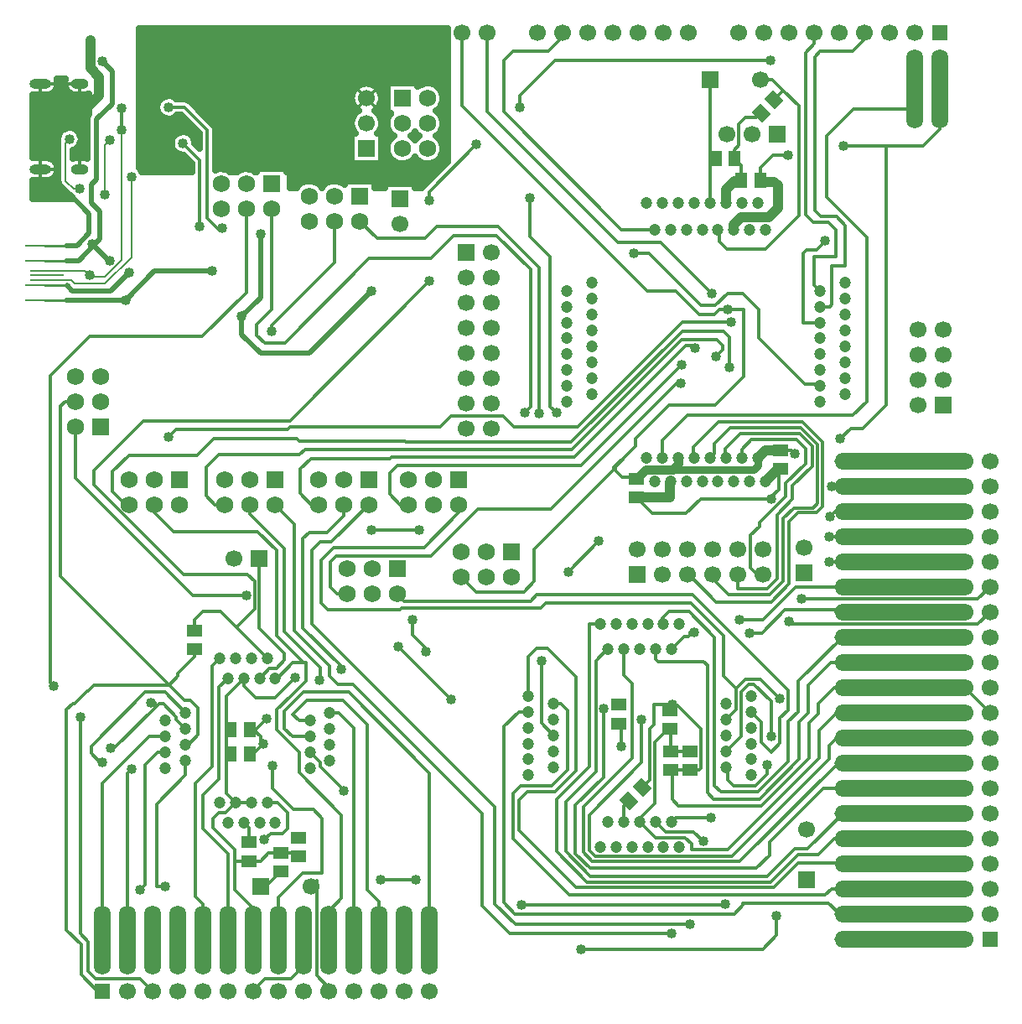
<source format=gbr>
G04 DipTrace 4.2.0.0*
G04 Bottom.gbr*
%MOMM*%
G04 #@! TF.FileFunction,Copper,L2,Bot*
G04 #@! TF.Part,Single*
%AMOUTLINE6*
4,1,4,
0.07073,-0.98995,
-0.98995,0.07069,
-0.07073,0.98995,
0.98995,-0.07069,
0.07073,-0.98995,
0*%
G04 #@! TA.AperFunction,Conductor*
%ADD10C,0.25*%
G04 #@! TA.AperFunction,CopperBalancing*
%ADD15C,0.33*%
G04 #@! TA.AperFunction,Conductor*
%ADD16C,0.3*%
%ADD18C,1.0*%
%ADD20C,0.5*%
%ADD22C,0.9*%
%ADD23C,0.8*%
%ADD24C,0.2*%
G04 #@! TA.AperFunction,CopperBalancing*
%ADD26C,0.635*%
%ADD28R,1.5X1.3*%
%ADD29R,1.3X1.5*%
G04 #@! TA.AperFunction,ComponentPad*
%ADD31R,1.7X1.7*%
%ADD32C,1.7*%
%ADD33C,1.2*%
%ADD34O,14.0X1.7*%
G04 #@! TA.AperFunction,ComponentPad*
%ADD35R,1.5706X1.5706*%
%ADD36O,1.7X8.0*%
%ADD37O,1.7X7.0*%
%ADD38R,3.5X0.25*%
%ADD39R,4.0X0.25*%
G04 #@! TA.AperFunction,ComponentPad*
%ADD40R,1.75X1.75*%
%ADD41C,1.75*%
%ADD44O,1.8X1.0*%
%ADD45O,2.2X1.0*%
G04 #@! TA.AperFunction,ViaPad*
%ADD57C,1.016*%
%ADD132OUTLINE6*%
%FSLAX35Y35*%
G04*
G71*
G90*
G75*
G01*
G04 Bottom*
%LPD*%
X2499663Y6764763D2*
D16*
X2578613Y6843713D1*
X3702563D1*
X3728850Y6870000D1*
X5240000D1*
X5350000Y6980000D1*
X5880000D1*
X5990000Y6870000D1*
X6632747D1*
X7689707Y7926960D1*
X8181200D1*
X7148083Y3087533D2*
X7100000Y3039450D1*
Y2879000D1*
X1562027Y6870340D2*
D15*
Y6347853D1*
X2749553Y5160327D1*
X3288770D1*
X4823357Y4645023D2*
X5352253Y4116127D1*
X6665320Y1590433D2*
X8499903D1*
X8642870Y1733400D1*
Y1926287D1*
X3417000Y5540000D2*
D16*
Y4833000D1*
X3670000Y4580000D1*
Y4510000D1*
X3590000Y4430000D1*
X3520000D1*
X3420000Y4330000D1*
X3612330Y1423150D2*
Y2113117D1*
X3857623Y2358410D1*
X4051117D1*
Y2914483D1*
X3961530Y3004070D1*
X3765930D1*
X3554353Y3215647D1*
Y3446480D1*
X9925000Y3729000D2*
X9249000D1*
X9170000Y3650000D1*
Y3510000D1*
X8190000Y2530000D1*
X6810000D1*
X6750000Y2590000D1*
Y2950000D1*
X7279120Y3479120D1*
Y3907720D1*
X1280000Y9910000D2*
D20*
Y9920000D1*
D18*
X1360000Y10000000D1*
X1587867D1*
X1800000Y10212133D1*
Y10400000D1*
X1710000Y10490000D1*
Y10770000D1*
X1245000Y8145000D2*
D10*
X1470000D1*
D20*
X2065000D1*
X1245000Y8695000D2*
D10*
X1470000D1*
D20*
X1575000D1*
X1700000Y8820000D1*
Y9020000D1*
X1500000Y9220000D1*
X1420000D1*
X2065000Y8145000D2*
X2360000Y8440000D1*
X2940000D1*
X3430000Y8815000D2*
Y8170000D1*
X3240000Y7980000D1*
Y7800000D1*
X3430000Y7610000D1*
X3920000D1*
X4550000Y8240000D1*
X3358323Y1688143D2*
D16*
X3389743D1*
Y1973177D1*
X3170023Y2192897D1*
Y2483253D1*
Y2599977D1*
X2950000Y2820000D1*
Y2910000D1*
X3010000Y2970000D1*
X3080000D1*
X3180000Y3070000D1*
X3340000D1*
X3180000D2*
X3082217Y3167783D1*
Y3565817D1*
Y3810683D1*
Y4152217D1*
X3260000Y4330000D1*
X3309710Y2483253D2*
X3432170D1*
X3512027Y2563110D1*
X3625400D1*
X3631227Y2568937D1*
X3778073D1*
X3817080Y2529930D1*
X3260000Y4330000D2*
Y4252420D1*
X3380843Y4131577D1*
X3576533D1*
X3776060Y4331103D1*
X3129710Y3810683D2*
X3082217D1*
X3129710Y3565817D2*
X3082217D1*
X3309710Y2483253D2*
X3170023D1*
X9925000Y3983000D2*
X9253000D1*
X9070000Y3800000D1*
Y3520000D1*
X8150000Y2600000D1*
X7780000D1*
Y2656360D1*
X7716360Y2720000D1*
X7419000D1*
X7260000Y2879000D1*
Y2911693D1*
X7413517Y3065210D1*
Y3496483D1*
X7410000Y3500000D1*
Y3683517D1*
X7556483Y3830000D1*
X10208243Y3970057D2*
X9937943D1*
X9925000Y3983000D1*
X7571053Y3589923D2*
Y3805213D1*
X7559920Y3816347D1*
X7766353Y3589923D2*
X7571053D1*
X6265393Y4502390D2*
D15*
Y3873607D1*
X6389000Y3750000D1*
X7556483Y3830000D2*
D16*
Y3819783D1*
X7559920Y3816347D1*
X7049797Y4061400D2*
D3*
X5467000Y10844000D2*
Y10109970D1*
X7336970Y8240000D1*
X7620000D1*
X7862717Y7997283D1*
X8008680D1*
X8063433Y8052037D1*
X8151723D1*
X8130000Y9125000D2*
D18*
Y9261220D1*
X8216243Y9347463D1*
X8277400D1*
X8286777Y9356840D1*
X8680930Y6632743D2*
X8527743D1*
X8450000Y6555000D1*
X7226047Y6345030D2*
D22*
X7317180Y6436163D1*
X7595633D1*
X7650000Y6490530D1*
Y6555000D1*
X8286777Y9356840D2*
D16*
Y9507290D1*
X8216013Y9578053D1*
Y9660807D1*
X8262423Y9707217D1*
Y9925600D1*
X8326863Y9990040D1*
X8439537D1*
X8483670Y10034173D1*
X8829027Y6594700D2*
X8790983Y6632743D1*
X8680930D1*
X8151723Y8052037D2*
D15*
X8307617D1*
Y7373663D1*
X8020143Y7086190D1*
X7555790D1*
X7218127Y6748527D1*
Y6674887D1*
X7088110Y6544870D1*
X7000040Y6456800D1*
Y6438480D1*
X6192640Y5631080D1*
Y5304120D1*
X6088990Y5200470D1*
X5609673D1*
X5455557Y5354587D1*
X7226047Y6345030D2*
X7168760D1*
X7156043Y6357747D1*
X7085177D1*
X7015173Y6427750D1*
Y6463127D1*
X7088110Y6536063D1*
Y6544870D1*
X8450000Y6555000D2*
D23*
X8449713Y6554713D1*
Y6476133D1*
X8409743Y6436163D1*
X7595633D1*
X3040000Y8870003D2*
D16*
X3018660Y8848663D1*
X2893520Y8973803D1*
Y9859617D1*
X2660683Y10092453D1*
X2500817D1*
X2815267Y8888440D2*
Y9560993D1*
X2648770Y9727490D1*
X2130000Y9390000D2*
D24*
Y8580000D1*
X1860000Y8310000D1*
X1550000D1*
X1515000Y8345000D1*
X1270000D1*
X1600000Y9270000D2*
X1540000D1*
X1460000Y9350000D1*
Y9730000D1*
X1500000Y9770000D1*
X1860000Y9210000D2*
Y9710000D1*
X1910000Y9760000D1*
X2030000Y10080000D2*
D16*
Y9860000D1*
X1705000Y8395000D2*
D24*
X1720000Y8380000D1*
X1860000D1*
X2030000Y8550000D1*
Y9860000D1*
X1705000Y8395000D2*
X1655000Y8445000D1*
X1270000D1*
X1245000Y8545000D2*
D10*
X1470000D1*
D20*
X1595000D1*
X1760000Y8710000D1*
X1810000Y8760000D1*
Y9040000D1*
X1720000Y9130000D1*
Y9310000D1*
X1770000Y9360000D1*
Y9970000D1*
X1930000Y10130000D1*
Y10460000D1*
X1830000Y10560000D1*
X1730000Y8710000D2*
X1760000D1*
X1245000Y8295000D2*
D10*
X1475000D1*
D20*
X1530000Y8240000D1*
X1920000D1*
X2100000Y8420000D1*
X1910000Y8540000D2*
X1900000D1*
X1730000Y8710000D1*
X10039000Y10590000D2*
D16*
Y10072950D1*
X9419983D1*
X9147030Y9799997D1*
Y9185607D1*
X9550000Y8782637D1*
Y7120000D1*
X9410717Y6980717D1*
X7740717D1*
X7490000Y6730000D1*
Y6555000D1*
X9925000Y1951000D2*
X9256390D1*
Y1970413D1*
X9166627Y2060177D1*
X8298290D1*
Y2036547D1*
X8212743Y1951000D1*
X6001730D1*
X5890000Y2062730D1*
Y3840000D1*
X6040000Y3990000D1*
X6135000D1*
X9925000Y2205000D2*
X9198710D1*
X9132650Y2138940D1*
X8219527D1*
Y2145507D1*
X6544767D1*
X5980000Y2710273D1*
Y3163640D1*
X6056360Y3240000D1*
X6367300D1*
X6527123Y3399823D1*
Y4006360D1*
X6463483Y4070000D1*
X6389000D1*
X9925000Y2459000D2*
X9239000D1*
X9233657Y2464343D1*
X8862877D1*
X8615437Y2216903D1*
X6613097D1*
X6040000Y2790000D1*
Y3096360D1*
X6123640Y3180000D1*
X6400433D1*
X6618090Y3397657D1*
Y4341023D1*
X6328253Y4630860D1*
X6218707D1*
X6135000Y4547153D1*
Y4150000D1*
X9925000Y2713000D2*
X9223000D1*
X9059010Y2549010D1*
X8858937D1*
X8581963Y2272037D1*
X6727963D1*
X6420000Y2580000D1*
Y3110000D1*
X6750000Y3440000D1*
Y4875000D1*
X6860000D1*
X9925000Y2967000D2*
X9316307D1*
X8955417Y2606110D1*
X8826110D1*
X8550000Y2330000D1*
X6760000D1*
X6510000Y2580000D1*
Y3080000D1*
X6815130Y3385130D1*
Y4505130D1*
X6931000Y4621000D1*
X6940000D1*
X9925000Y3221000D2*
X9115907D1*
X8570000Y2675093D1*
Y2540000D1*
X8440000Y2410000D1*
X6760000D1*
X6610000Y2560000D1*
Y3050000D1*
X6890937Y3330937D1*
Y4020233D1*
X9925000Y3475000D2*
X9265730D1*
X8270730Y2480000D1*
X6780000D1*
X6690000Y2570000D1*
Y3030000D1*
X7184737Y3524737D1*
Y4275263D1*
X7100000Y4360000D1*
Y4621000D1*
X4998320Y2298187D2*
X4640000D1*
X5136323Y1688197D2*
Y3373677D1*
X4320000Y4190000D1*
X3860000D1*
X3670000Y4000000D1*
Y3820000D1*
X3750000Y3740000D1*
X3930000D1*
X9129240Y8744580D2*
Y8738237D1*
X9044310Y8653307D1*
X8942833D1*
X8906310Y8616783D1*
Y7920000D1*
X9081000D1*
X2106000Y6083000D2*
X2066793D1*
X1932663Y6217130D1*
Y6413753D1*
X2101197Y6582287D1*
X2792187D1*
X2955103Y6745203D1*
X3797777D1*
X3822980Y6720000D1*
X4890543D1*
X4900543Y6710000D1*
X6567093D1*
X7692297Y7835203D1*
X8103587D1*
X8168417Y7770373D1*
Y7470700D1*
X3066000Y6083000D2*
X2970220D1*
X2883640Y6169580D1*
Y6460020D1*
X3007233Y6583613D1*
X3822940D1*
X3879327Y6640000D1*
X6575717D1*
X7683047Y7747330D1*
X8036197D1*
X8099837Y7683690D1*
Y7643413D1*
X8030770Y7574347D1*
X3930000Y3900000D2*
X3820000D1*
X3755000Y3965000D1*
X3900000Y4110000D1*
X4260000D1*
X4506797Y3863203D1*
Y2196710D1*
X4628323Y2075183D1*
Y1688180D1*
X3320000Y6083000D2*
Y5988377D1*
X3671640Y5636737D1*
Y4796427D1*
X4032840Y4435227D1*
Y4312520D1*
X4025500Y4305180D1*
X9531000Y10844000D2*
Y10779493D1*
X9411173Y10659667D1*
X9082530D1*
X9024873Y10602010D1*
Y9051050D1*
X9088297Y8987627D1*
X9246850D1*
X9336113Y8898363D1*
Y8493247D1*
X9200000D1*
Y8100000D1*
X9180000Y8080000D1*
X9081000D1*
X4016000Y6083000D2*
X3943473D1*
X3830610Y6195863D1*
Y6441003D1*
X3937860Y6548253D1*
X4739673D1*
X4751420Y6560000D1*
X6601500D1*
X7725367Y7683867D1*
X7793277D1*
X7817687Y7659457D1*
X4130000Y3980000D2*
X4220000D1*
X4370000Y3830000D1*
Y2082183D1*
X4374323Y2077860D1*
Y1688173D1*
X4270000Y6083000D2*
Y5966697D1*
X4105267Y5801963D1*
X3922093D1*
X3858453Y5738323D1*
Y4838217D1*
X4245527Y4451143D1*
Y4420533D1*
X4120323Y1688167D2*
Y1975843D1*
X4248677Y2104197D1*
Y2950330D1*
X3820150Y3378857D1*
Y3578123D1*
X3590563Y3807710D1*
Y4009147D1*
X3733080Y4151663D1*
X3737843D1*
X3890260Y4304080D1*
Y4485150D1*
X3865880D1*
X3756840D1*
X3601690Y4330000D1*
X3580000D1*
X2360000Y6083000D2*
Y5999360D1*
X2549063Y5810297D1*
X3402093D1*
X3589190Y5623200D1*
Y4761840D1*
X3865880Y4485150D1*
X3574000Y6083000D2*
D15*
X3769460Y5887540D1*
Y4811767D1*
X4126487Y4454740D1*
Y4350383D1*
X4207217Y4269653D1*
X4361040D1*
X5666117Y2964577D1*
Y2029783D1*
X5944277Y1751623D1*
X7584323D1*
X9023000Y10844000D2*
D16*
Y10735357D1*
X8932623Y10644980D1*
Y9010690D1*
X9007577Y8935737D1*
X9163250D1*
X9244387Y8854600D1*
Y8587830D1*
X9023000D1*
Y8298000D1*
X9081000Y8240000D1*
X3467077Y2697077D2*
X3530000Y2760000D1*
X3650000D1*
X3700000Y2810000D1*
Y2970000D1*
X3600000Y3070000D1*
X3500000D1*
X3430733Y2230163D2*
X3482460D1*
X3631233Y2378937D1*
X4524000Y6083000D2*
D15*
X4143833Y5702833D1*
X4030383D1*
X3949147Y5621597D1*
Y4877350D1*
X5797157Y3029340D1*
Y2048123D1*
X6002097Y1843183D1*
X7765910D1*
X3817080Y2719930D2*
D16*
D3*
X4120337Y1169167D2*
Y1205533D1*
X3996193Y1329677D1*
Y2287623D1*
X3938733Y2230163D1*
X8121470Y2046883D2*
D15*
X8116523Y2041937D1*
X6065643D1*
X5102357Y4598177D2*
Y4631173D1*
X4965393Y4768137D1*
Y4914847D1*
X5030120Y5828317D2*
X4555633D1*
X4550900Y5823583D1*
X3104330Y1423137D2*
D16*
Y2555670D1*
X2850000Y2810000D1*
Y3150000D1*
X3008360Y3308360D1*
Y4238360D1*
X3100000Y4330000D1*
X10540000Y6269000D2*
X9200000D1*
X8672380Y4124197D2*
X8476577Y4320000D1*
X8323640D1*
X8230000Y4226360D1*
Y4009000D1*
X8131000Y3910000D1*
X5434000Y6083000D2*
D15*
Y6002077D1*
X5080050Y5648127D1*
X4167557D1*
X4038713Y5519283D1*
Y5090650D1*
X4108717Y5020647D1*
X4835190D1*
X4850690Y5036147D1*
X6256147D1*
X6306777Y5086777D1*
X7776007D1*
X8104523Y4758260D1*
Y4351837D1*
X8230000Y4226360D1*
X2850330Y1423127D2*
D16*
Y2045343D1*
X2768913Y2126760D1*
Y3268913D1*
X2940000Y3440000D1*
Y4450000D1*
X3020000Y4530000D1*
X10540000Y6015000D2*
X9235000D1*
X9180000Y5960000D1*
X4810163Y5180117D2*
D15*
X4882060Y5108220D1*
X6158220D1*
X6221800Y5171800D1*
X7790730D1*
X8757280Y4205250D1*
Y4006873D1*
X8677143Y3926737D1*
Y3673490D1*
X8588453Y3584800D1*
X8487153Y3686100D1*
Y3887847D1*
X8385000Y3990000D1*
X1830000Y3480000D2*
D16*
X1810000D1*
X1720000Y3570000D1*
Y3642253D1*
X2264643Y4186897D1*
X2463103D1*
X2670000Y3980000D1*
X10540000Y5761000D2*
X9171000D1*
X10540000Y5507000D2*
X9170000D1*
X2088323Y1688107D2*
Y3368323D1*
X2130000Y3410000D1*
X1920000Y3620000D2*
X1954017D1*
X2366287Y4032270D1*
X2404017Y4070000D1*
X2450000D1*
X2580000Y3940000D1*
Y3910000D1*
X2670000Y3820000D1*
X2324853Y4077867D2*
X2366287D1*
Y4032270D1*
X9925000Y5253000D2*
X8833000D1*
X8503057Y4923057D1*
X8270613D1*
X1834323Y1688097D2*
Y3264323D1*
X2310000Y3740000D1*
X2470000D1*
X10540000Y4999000D2*
X9301777D1*
X9282917Y5017860D1*
X8727860D1*
X8491300Y4781300D1*
X8366170D1*
X7808493Y4794380D2*
X7770000D1*
Y4770000D1*
X7750000Y4750000D1*
X7709000D1*
X7580000Y4621000D1*
X2670000Y3660000D2*
X2700000D1*
X2800000Y3760000D1*
Y4030000D1*
X2720000Y4110000D1*
X2660000D1*
X2508250Y4261750D1*
X1749330D1*
X1685690Y4198110D1*
X1678110D1*
X1555200Y4075200D1*
X1533640D1*
X1470000Y4011560D1*
Y1785167D1*
X1616863Y1638303D1*
Y1335570D1*
X1783337Y1169097D1*
X1834337D1*
X2759597Y4622600D2*
Y4544003D1*
X2595760Y4380167D1*
Y4349260D1*
X2508250Y4261750D1*
X1562023Y7124340D2*
X1456213D1*
X1407887Y7076013D1*
Y5362113D1*
X2508250Y4261750D1*
X9925000Y4745000D2*
X9305000D1*
X8860000Y4300000D1*
Y3990000D1*
X8760533Y3890533D1*
Y3490533D1*
X8450000Y3180000D1*
X8081990D1*
X8016420Y3245570D1*
Y4742247D1*
X7756360Y5002307D1*
X7553640D1*
X7490000Y4938667D1*
Y4885000D1*
X7500000Y4875000D1*
X9925000Y4491000D2*
X9191000D1*
X8960000Y4260000D1*
Y3980000D1*
X8870000Y3890000D1*
Y3510000D1*
X8470000Y3110000D1*
X8007473D1*
X7943833Y3173640D1*
Y4459447D1*
X7904877Y4498403D1*
X7442793D1*
X7420000Y4521197D1*
Y4621000D1*
X2470000Y3580000D2*
X2389537D1*
X2263570Y3454033D1*
Y2243247D1*
X2216703Y2196380D1*
X3538923Y7834547D2*
Y7887920D1*
X4180003Y8529000D1*
Y8943243D1*
X4434003Y8943250D2*
X4607253Y8770000D1*
X5090000D1*
X5210000Y8890000D1*
X5829170D1*
X6243550Y8475620D1*
Y7003240D1*
X8762343Y4902323D2*
X8785207D1*
X8812487Y4875043D1*
X10670043D1*
X10794000Y4999000D1*
X4926000Y6083000D2*
X4838567D1*
X4733340Y6188227D1*
Y6404517D1*
X4808823Y6480000D1*
X6664690D1*
X7681007Y7496317D1*
X2465223Y2230000D2*
X2380000D1*
Y3060000D1*
X2670000Y3350000D1*
Y3500000D1*
X3286487Y9064223D2*
Y8222817D1*
X2842613Y7778943D1*
X1703287D1*
X1310000Y7385657D1*
Y4279727D1*
X1342110Y4247617D1*
X1610000Y3940653D2*
Y1752383D1*
X1690723Y1671660D1*
Y1374340D1*
X1767843Y1297220D1*
X2214230D1*
X2342337Y1169113D1*
X7980000Y2920000D2*
X7621000D1*
X7580000Y2879000D1*
X3540487Y9064230D2*
Y8049127D1*
X3392850Y7901490D1*
Y7791943D1*
X3470687Y7714107D1*
X3674193D1*
X4525623Y8565537D1*
X4685577D1*
X4688197Y8568157D1*
X5148157D1*
X5380000Y8800000D1*
X5810000D1*
X6155720Y8454280D1*
Y7065720D1*
X6100000Y7010000D1*
X8896380Y5126933D2*
X10667933D1*
X10794000Y5253000D1*
X4302163Y5180117D2*
X4203083D1*
X4135323Y5247877D1*
Y5501120D1*
X4194413Y5560210D1*
X5148303D1*
X5625247Y6037153D1*
X6360880D1*
X7633647Y7309920D1*
X7670507D1*
X7674727Y7305700D1*
X8550000Y3450000D2*
Y3360000D1*
X8430000Y3240000D1*
X8210000D1*
X8150000Y3300000D1*
Y3411000D1*
X8131000Y3430000D1*
X8584227Y3744227D2*
Y4095773D1*
X8410000Y4270000D1*
X8360000D1*
X8280000Y4190000D1*
Y3739000D1*
X8131000Y3590000D1*
X7410000Y8857000D2*
X7074937D1*
X5884133Y10047803D1*
Y10568143D1*
X5978317Y10662327D1*
X6334117D1*
X6487360Y10815570D1*
Y10839640D1*
X6483000Y10844000D1*
X4270000Y3190000D2*
Y3200000D1*
X4030000Y3440000D1*
Y3480000D1*
X3930000Y3580000D1*
X7196940Y8616477D2*
X7348970D1*
X7875663Y8089783D1*
X8021533D1*
X8145207Y8213457D1*
X8300590D1*
X8459147Y8054900D1*
Y7763160D1*
X8928470Y7293837D1*
X9067163D1*
X9081000Y7280000D1*
X8505000Y5373000D2*
X8447000D1*
X8380000Y5440000D1*
Y5770000D1*
X8470000Y5860000D1*
Y5899467D1*
X8733500Y6162967D1*
Y6294790D1*
X8935993Y6497283D1*
Y6644130D1*
X8841483Y6738640D1*
X8388640D1*
X8290000Y6640000D1*
Y6555000D1*
X8251000Y5373000D2*
Y5230000D1*
X8550000D1*
X8650000Y5330000D1*
Y5981293D1*
X8803433Y6134727D1*
Y6271900D1*
X9002713Y6471180D1*
Y6673420D1*
X8874283Y6801850D1*
X8271850D1*
X8120000Y6650000D1*
Y6565000D1*
X8130000Y6555000D1*
X7997000Y5373000D2*
Y5333000D1*
X8160000Y5170000D1*
X8570000D1*
X8710000Y5310000D1*
Y5941927D1*
X8816720Y6048647D1*
X9011830D1*
X9056583Y6093400D1*
Y6686267D1*
X8881827Y6861023D1*
X8171023D1*
X8010000Y6700000D1*
Y6595000D1*
X7970000Y6555000D1*
X7743000Y5373000D2*
X7757000D1*
X8030000Y5100000D1*
X8590000D1*
X8770000Y5280000D1*
Y5910000D1*
X8860000Y6000000D1*
X9043733D1*
X9108493Y6064760D1*
Y6714097D1*
X8905083Y6917507D1*
X8057507D1*
X7800000Y6660000D1*
Y6565000D1*
X7810000Y6555000D1*
X3358337Y1169143D2*
Y1174177D1*
X3477330Y1293170D1*
X3736343D1*
X3866330Y1423157D1*
X3309710Y2673253D2*
Y2820290D1*
X3260000Y2870000D1*
X3319710Y3565817D2*
X3352080D1*
X3454537Y3668273D1*
X3319710Y3810683D2*
X3360253D1*
X3431660Y3739277D1*
Y3691150D1*
X3454537Y3668273D1*
X3319710Y3810683D2*
X3378303D1*
X3488383Y3920763D1*
X2759597Y4812600D2*
Y4916640D1*
X2846890Y5003933D1*
X3026067D1*
X3184730Y4845270D1*
X3500000Y4530000D1*
X3184730Y4845270D2*
X3369593Y5030133D1*
Y5307163D1*
X3300503Y5376253D1*
X2650267D1*
X1743133Y6283387D1*
Y6425357D1*
X2245787Y6928010D1*
X3726370D1*
X5133863Y8335503D1*
X5130027Y9148957D2*
Y9240977D1*
X5604623Y9715573D1*
X10794000Y3983000D2*
X10540000Y4237000D1*
X9925000D2*
X9227000D1*
X9060000Y4070000D1*
Y3970000D1*
X8970000Y3880000D1*
Y3520000D1*
X8490000Y3040000D1*
X7650430D1*
X7587647Y3102783D1*
Y3403357D1*
X7861490D1*
X7879043Y3420910D1*
Y3815110D1*
X7640130Y4054023D1*
X7586790D1*
Y4060000D1*
X7070000Y3870000D2*
Y3640000D1*
X7282437Y3221887D2*
X7358360Y3297810D1*
Y3816250D1*
X7402640Y3860530D1*
Y4065413D1*
X7586790D1*
Y4060000D1*
X7049797Y3871400D2*
X7070000Y3870000D1*
X7559913Y4006347D2*
Y4033123D1*
X7586790Y4060000D1*
X7766353Y3399923D2*
X7780933D1*
X7861490Y3403357D1*
X7571053Y3399923D2*
X7587647Y3403357D1*
X6150980Y9176910D2*
Y8786637D1*
X6355883Y8581733D1*
Y7072030D1*
X6421417Y7006497D1*
X6847757Y5712053D2*
X6537080Y5401377D1*
X8210000Y8857000D2*
D18*
Y8908033D1*
X8287130Y8985163D1*
X8564760D1*
X8653367Y9073770D1*
Y9304143D1*
X8615953Y9341557D1*
X8492067D1*
X8476777Y9356847D1*
X8680937Y6442743D2*
X8657743D1*
X8530000Y6315000D1*
X7226053Y6155030D2*
X7562463D1*
Y6307463D1*
X7570000Y6315000D1*
X10293000Y10590000D2*
D16*
Y9873000D1*
X10120290Y9700290D1*
X9750000D1*
Y7090000D1*
X9513157Y6853157D1*
X9392493D1*
X9286163Y6746827D1*
X8592327Y6142183D2*
Y6163843D1*
X8663210Y6234727D1*
Y6425017D1*
X8680937Y6442743D1*
X8592327Y6142183D2*
X7877573D1*
X7727930Y5992540D1*
X7388543D1*
X7226053Y6155030D1*
X8757450Y9611380D2*
X8740123Y9594053D1*
X8720633D1*
X8706927Y9607760D1*
X8602650D1*
X8477027Y9482137D1*
Y9341557D1*
X8492067D1*
X9315763Y9700290D2*
X9750000D1*
X8577480Y10562167D2*
X6402167D1*
X6050000Y10210000D1*
Y10090000D1*
X7900000Y2680000D2*
X7800000Y2780000D1*
X7519000D1*
X7420000Y2879000D1*
X5721000Y10844000D2*
Y10050477D1*
X7042767Y8728710D1*
X7468497D1*
X7988247Y8208960D1*
X7971747Y10370980D2*
X7970000Y9578047D1*
Y9125000D1*
X8026013Y9578047D2*
X7970000D1*
X8479747Y10370993D2*
X8598893D1*
X8707243Y10262643D1*
X8864083Y10105803D1*
Y8995913D1*
X8527943Y8659773D1*
X8137897D1*
X8061790Y8735880D1*
Y8845210D1*
X8050000Y8857000D1*
X8618017Y10168527D2*
X8707243Y10257753D1*
Y10262643D1*
D57*
X2499663Y6764763D3*
X8181200Y7926960D3*
X3288770Y5160327D3*
X4823357Y4645023D3*
X5352253Y4116127D3*
X6665320Y1590433D3*
X8642870Y1926287D3*
X3554353Y3446480D3*
X7279120Y3907720D3*
X1280000Y9910000D3*
X1710000Y10770000D3*
X2065000Y8145000D3*
X1420000Y9220000D3*
X2940000Y8440000D3*
X2065000Y8145000D3*
X3430000Y8815000D3*
X3240000Y7980000D3*
X4550000Y8240000D3*
X3776060Y4331103D3*
X7556483Y3830000D3*
D3*
D3*
X10208243Y3970057D3*
X6265393Y4502390D3*
X7049797Y4061400D3*
X8151723Y8052037D3*
X8829027Y6594700D3*
X3040000Y8870003D3*
X2500817Y10092453D3*
X2815267Y8888440D3*
X2648770Y9727490D3*
X2130000Y9390000D3*
X1600000Y9270000D3*
X1500000Y9770000D3*
X1860000Y9210000D3*
X1910000Y9760000D3*
X2030000Y10080000D3*
Y9860000D3*
X1705000Y8395000D3*
D3*
X1830000Y10560000D3*
X1730000Y8710000D3*
X2100000Y8420000D3*
X1910000Y8540000D3*
X1730000Y8710000D3*
X2100000Y8420000D3*
X6890937Y4020233D3*
X4998320Y2298187D3*
X4640000D3*
X9129240Y8744580D3*
X8168417Y7470700D3*
X8030770Y7574347D3*
X4025500Y4305180D3*
X7817687Y7659457D3*
X4245527Y4420533D3*
X7584323Y1751623D3*
X3467077Y2697077D3*
X7765910Y1843183D3*
X3817080Y2719930D3*
D3*
X6065643Y2041937D3*
X5102357Y4598177D3*
X4965393Y4914847D3*
X5030120Y5828317D3*
X4550900Y5823583D3*
X8121470Y2046883D3*
X9200000Y6269000D3*
X8672380Y4124197D3*
X9180000Y5960000D3*
X1830000Y3480000D3*
X9171000Y5761000D3*
X9170000Y5507000D3*
X2130000Y3410000D3*
X1920000Y3620000D3*
X2324853Y4077867D3*
X8270613Y4923057D3*
X8366170Y4781300D3*
X7808493Y4794380D3*
X2216703Y2196380D3*
X3538923Y7834547D3*
X6243550Y7003240D3*
X8762343Y4902323D3*
X7681007Y7496317D3*
X2465223Y2230000D3*
X1342110Y4247617D3*
X1610000Y3940653D3*
X7980000Y2920000D3*
X6100000Y7010000D3*
X8896380Y5126933D3*
X7674727Y7305700D3*
X8550000Y3450000D3*
X8584227Y3744227D3*
X4270000Y3190000D3*
X7196940Y8616477D3*
X3454537Y3668273D3*
D3*
X3488383Y3920763D3*
X5133863Y8335503D3*
X5130027Y9148957D3*
X5604623Y9715573D3*
X7587647Y3403357D3*
D3*
X7586790Y4060000D3*
X7070000Y3870000D3*
Y3640000D3*
X7587647Y3403357D3*
X7070000Y3870000D3*
X6150980Y9176910D3*
X6421417Y7006497D3*
X6847757Y5712053D3*
X6537080Y5401377D3*
D3*
X9286163Y6746827D3*
X8592327Y6142183D3*
D3*
X8757450Y9611380D3*
X9315763Y9700290D3*
X8577480Y10562167D3*
X6050000Y10090000D3*
X7900000Y2680000D3*
X7988247Y8208960D3*
X3120000Y10300000D3*
Y10140000D3*
Y9970000D3*
X3400000Y9900000D3*
X3570000Y10130000D3*
Y10390000D3*
X3400000D3*
X3570000Y9900000D3*
X2208123Y10825083D2*
D26*
X5310970D1*
X2208123Y10761917D2*
X5311880D1*
X2208123Y10698750D2*
X5311880D1*
X2208123Y10635583D2*
X5311880D1*
X2208123Y10572417D2*
X5311880D1*
X2208123Y10509250D2*
X5311880D1*
X2208123Y10446083D2*
X5311880D1*
X2208123Y10382917D2*
X5311880D1*
X2208123Y10319750D2*
X4427857D1*
X4572127D2*
X4703300D1*
X5194697D2*
X5311880D1*
X2208123Y10256583D2*
X4361413D1*
X4638573D2*
X4703300D1*
X5258453D2*
X5311880D1*
X2208123Y10193417D2*
X2436047D1*
X2565597D2*
X4343093D1*
X4656893D2*
X4703300D1*
X5276410D2*
X5311880D1*
X2208123Y10130250D2*
X2384093D1*
X2743560D2*
X4352707D1*
X4647277D2*
X4703300D1*
X5266977D2*
X5311880D1*
X2208123Y10067083D2*
X2380630D1*
X2806723D2*
X4398327D1*
X4601657D2*
X4703300D1*
X5222590D2*
X5311880D1*
X2208123Y10003917D2*
X2418503D1*
X2583097D2*
X2628547D1*
X2869887D2*
X4362140D1*
X4637843D2*
X4722303D1*
X5257727D2*
X5311880D1*
X2208123Y9940750D2*
X2691713D1*
X2933097D2*
X4343183D1*
X4656800D2*
X4703663D1*
X5276320D2*
X5311880D1*
X2208123Y9877583D2*
X2754877D1*
X2978717D2*
X4352207D1*
X4647777D2*
X4712553D1*
X5267477D2*
X5311880D1*
X2208123Y9814417D2*
X2564653D1*
X2732893D2*
X2806327D1*
X2980720D2*
X4342820D1*
X4657210D2*
X4755890D1*
X4970113D2*
X5009870D1*
X5224140D2*
X5311880D1*
X2208123Y9751250D2*
X2528197D1*
X2769307D2*
X2806327D1*
X2980720D2*
X4342820D1*
X4657210D2*
X4723033D1*
X5256950D2*
X5311880D1*
X2208123Y9688083D2*
X2532617D1*
X2980720D2*
X4342820D1*
X4657210D2*
X4703757D1*
X5276227D2*
X5311880D1*
X2208123Y9624917D2*
X2586850D1*
X2980720D2*
X4342820D1*
X4657210D2*
X4712050D1*
X5267933D2*
X5311880D1*
X2208123Y9561750D2*
X2693807D1*
X2980720D2*
X4342820D1*
X4657210D2*
X4754343D1*
X4971620D2*
X5008367D1*
X5225643D2*
X5311880D1*
X2208123Y9498583D2*
X2728080D1*
X2980720D2*
X5266947D1*
X3738097Y9435417D2*
X5203783D1*
X3738097Y9372250D2*
X5140617D1*
X3738097Y9309083D2*
X3814720D1*
X4037283D2*
X4068743D1*
X4593683D2*
X4682793D1*
X4997187D2*
X5077453D1*
X2704820Y10160190D2*
X2683693Y10169960D1*
X2660683Y10173303D1*
X2584350Y10173287D1*
X2580960Y10177213D1*
X2562257Y10191610D1*
X2541040Y10201950D1*
X2518173Y10207803D1*
X2494600Y10208937D1*
X2471280Y10205300D1*
X2449167Y10197047D1*
X2429170Y10184507D1*
X2412107Y10168200D1*
X2398673Y10148793D1*
X2389423Y10127080D1*
X2384733Y10103947D1*
X2384797Y10080343D1*
X2389610Y10057237D1*
X2398973Y10035573D1*
X2412510Y10016237D1*
X2429660Y10000020D1*
X2449723Y9987590D1*
X2471877Y9979450D1*
X2495217Y9975937D1*
X2518787Y9977197D1*
X2541620Y9983173D1*
X2562783Y9993623D1*
X2581410Y10008120D1*
X2584897Y10011603D1*
X2627190Y10011607D1*
X2812670Y9826110D1*
X2812673Y9677927D1*
X2765210Y9725383D1*
X2765420Y9727800D1*
X2762970Y9751273D1*
X2755843Y9773777D1*
X2744333Y9794383D1*
X2728913Y9812250D1*
X2710210Y9826647D1*
X2688993Y9836987D1*
X2666127Y9842840D1*
X2642553Y9843973D1*
X2619233Y9840337D1*
X2597120Y9832083D1*
X2577123Y9819543D1*
X2560060Y9803237D1*
X2546627Y9783830D1*
X2537377Y9762117D1*
X2532687Y9738983D1*
X2532750Y9715380D1*
X2537563Y9692273D1*
X2546927Y9670610D1*
X2560463Y9651273D1*
X2577613Y9635057D1*
X2597677Y9622627D1*
X2619830Y9614487D1*
X2643170Y9610973D1*
X2651073Y9610847D1*
X2734417Y9527483D1*
X2734430Y9441750D1*
X2234027Y9441740D1*
X2225563Y9456893D1*
X2210143Y9474760D1*
X2201750Y9481967D1*
Y10888250D1*
X5318250Y10888230D1*
X5318253Y10866303D1*
X5316610Y10855763D1*
X5316577Y10832667D1*
X5318250Y10821720D1*
X5318263Y9543553D1*
X5072857Y9298147D1*
X5060230Y9281750D1*
X4990850Y9281770D1*
Y9323673D1*
X4689150D1*
X4689130Y9281750D1*
X4587347Y9281760D1*
Y9350600D1*
X4280647D1*
X4280660Y9312340D1*
X4272830Y9319303D1*
X4253110Y9332043D1*
X4231673Y9341623D1*
X4209030Y9347820D1*
X4185703Y9350487D1*
X4162243Y9349563D1*
X4139200Y9345067D1*
X4117113Y9337107D1*
X4096500Y9325870D1*
X4077843Y9311617D1*
X4061583Y9294683D1*
X4053247Y9282803D1*
X4052867Y9283020D1*
X4051330Y9285600D1*
X4036373Y9303697D1*
X4018830Y9319297D1*
X3999110Y9332037D1*
X3977673Y9341617D1*
X3955030Y9347813D1*
X3931703Y9350480D1*
X3908243Y9349557D1*
X3885200Y9345060D1*
X3863113Y9337100D1*
X3842500Y9325863D1*
X3823843Y9311610D1*
X3807583Y9294677D1*
X3798510Y9281747D1*
X3731750Y9281740D1*
Y9390000D1*
X3731500Y9413977D1*
X3726073Y9428117D1*
X3714710Y9438137D1*
X3700000Y9441750D1*
X3693830D1*
Y9471580D1*
X3387130D1*
X3387123Y9441750D1*
X3377060Y9441740D1*
X3359593Y9453023D1*
X3338157Y9462603D1*
X3315513Y9468800D1*
X3292187Y9471467D1*
X3268727Y9470543D1*
X3245683Y9466047D1*
X3223597Y9458087D1*
X3202983Y9446850D1*
X3196297Y9441740D1*
X3123020Y9441757D1*
X3105593Y9453017D1*
X3084157Y9462597D1*
X3061513Y9468793D1*
X3038187Y9471460D1*
X3014727Y9470537D1*
X2991683Y9466040D1*
X2974363Y9459800D1*
X2974370Y9859550D1*
X2972623Y9876327D1*
X2964597Y9898150D1*
X2950690Y9916787D1*
X2717903Y10149573D1*
X2704820Y10160190D1*
X4732983Y10337350D2*
X5016350D1*
Y10299683D1*
X5033503Y10312627D1*
X5054117Y10323863D1*
X5076203Y10331823D1*
X5099247Y10336320D1*
X5122707Y10337243D1*
X5146033Y10334577D1*
X5168677Y10328380D1*
X5190110Y10318800D1*
X5209830Y10306060D1*
X5227377Y10290460D1*
X5242333Y10272363D1*
X5254353Y10252193D1*
X5263153Y10230430D1*
X5268527Y10207573D1*
X5270350Y10184000D1*
X5268577Y10160757D1*
X5263253Y10137890D1*
X5254500Y10116107D1*
X5242527Y10095913D1*
X5227607Y10077783D1*
X5210097Y10062143D1*
X5202580Y10057263D1*
X5209830Y10052060D1*
X5227377Y10036460D1*
X5242333Y10018363D1*
X5254353Y9998193D1*
X5263153Y9976430D1*
X5268527Y9953573D1*
X5270350Y9930000D1*
X5268577Y9906757D1*
X5263253Y9883890D1*
X5254500Y9862107D1*
X5242527Y9841913D1*
X5227607Y9823783D1*
X5210097Y9808143D1*
X5202580Y9803263D1*
X5209830Y9798060D1*
X5227377Y9782460D1*
X5242333Y9764363D1*
X5254353Y9744193D1*
X5263153Y9722430D1*
X5268527Y9699573D1*
X5270350Y9676000D1*
X5268577Y9652757D1*
X5263253Y9629890D1*
X5254500Y9608107D1*
X5242527Y9587913D1*
X5227607Y9569783D1*
X5210097Y9554143D1*
X5190407Y9541360D1*
X5168993Y9531733D1*
X5146360Y9525487D1*
X5123040Y9522770D1*
X5099580Y9523643D1*
X5076527Y9528087D1*
X5054423Y9536000D1*
X5033783Y9547193D1*
X5015097Y9561403D1*
X4998800Y9578303D1*
X4990250Y9590427D1*
X4988527Y9587913D1*
X4973607Y9569783D1*
X4956097Y9554143D1*
X4936407Y9541360D1*
X4914993Y9531733D1*
X4892360Y9525487D1*
X4869040Y9522770D1*
X4845580Y9523643D1*
X4822527Y9528087D1*
X4800423Y9536000D1*
X4779783Y9547193D1*
X4761097Y9561403D1*
X4744800Y9578303D1*
X4731270Y9597490D1*
X4720830Y9618520D1*
X4713723Y9640897D1*
X4710113Y9664093D1*
X4710087Y9687573D1*
X4713647Y9710780D1*
X4720707Y9733170D1*
X4731100Y9754220D1*
X4744587Y9773440D1*
X4760847Y9790373D1*
X4777227Y9802887D1*
X4761097Y9815403D1*
X4744800Y9832303D1*
X4731270Y9851490D1*
X4720830Y9872520D1*
X4713723Y9894897D1*
X4710113Y9918093D1*
X4710087Y9941573D1*
X4713647Y9964780D1*
X4720707Y9987170D1*
X4731100Y10008220D1*
X4744587Y10027440D1*
X4747683Y10030663D1*
X4709650Y10030650D1*
Y10337350D1*
X4732983D1*
X4989893Y9844220D2*
X4988527Y9841913D1*
X4973607Y9823783D1*
X4956097Y9808143D1*
X4948580Y9803263D1*
X4955830Y9798060D1*
X4973377Y9782460D1*
X4988333Y9764363D1*
X4989870Y9761783D1*
X4998587Y9773440D1*
X5014847Y9790373D1*
X5031227Y9802887D1*
X5015097Y9815403D1*
X4998800Y9832303D1*
X4990250Y9844427D1*
X4372487Y9826850D2*
X4389920D1*
X4383483Y9834190D1*
X4370223Y9853100D1*
X4360007Y9873810D1*
X4353070Y9895840D1*
X4349577Y9918667D1*
X4349610Y9941763D1*
X4353167Y9964583D1*
X4360167Y9986590D1*
X4370443Y10007273D1*
X4383757Y10026143D1*
X4399797Y10042760D1*
X4418183Y10056737D1*
X4418640Y10056983D1*
X4415777Y10058850D1*
X4409447Y10063350D1*
X4403357Y10068170D1*
X4397520Y10073300D1*
X4391957Y10078720D1*
X4386680Y10084423D1*
X4381707Y10090387D1*
X4377043Y10096603D1*
X4372707Y10103047D1*
X4368710Y10109707D1*
X4365057Y10116563D1*
X4361767Y10123600D1*
X4358840Y10130797D1*
X4356287Y10138133D1*
X4354117Y10145590D1*
X4352333Y10153153D1*
X4350940Y10160793D1*
X4349943Y10168500D1*
X4349343Y10176243D1*
X4349147Y10184010D1*
X4349347Y10191773D1*
X4349947Y10199520D1*
X4350943Y10207223D1*
X4352337Y10214867D1*
X4354120Y10222427D1*
X4356293Y10229883D1*
X4358847Y10237220D1*
X4361773Y10244417D1*
X4365067Y10251453D1*
X4368717Y10258310D1*
X4372717Y10264967D1*
X4377053Y10271413D1*
X4381717Y10277627D1*
X4386693Y10283590D1*
X4391970Y10289290D1*
X4397533Y10294713D1*
X4403370Y10299840D1*
X4409460Y10304660D1*
X4415790Y10309163D1*
X4422347Y10313330D1*
X4429107Y10317157D1*
X4436057Y10320630D1*
X4443173Y10323740D1*
X4450443Y10326480D1*
X4457843Y10328840D1*
X4465357Y10330820D1*
X4472960Y10332407D1*
X4480637Y10333603D1*
X4488363Y10334400D1*
X4496120Y10334800D1*
X4503887D1*
X4511647Y10334400D1*
X4519373Y10333600D1*
X4527050Y10332403D1*
X4534653Y10330817D1*
X4542163Y10328837D1*
X4549563Y10326473D1*
X4556833Y10323733D1*
X4563950Y10320623D1*
X4570900Y10317147D1*
X4577660Y10313320D1*
X4584213Y10309153D1*
X4590543Y10304650D1*
X4596637Y10299830D1*
X4602470Y10294700D1*
X4608033Y10289280D1*
X4613310Y10283577D1*
X4618287Y10277613D1*
X4622947Y10271400D1*
X4627283Y10264953D1*
X4631283Y10258293D1*
X4634933Y10251437D1*
X4638227Y10244400D1*
X4641150Y10237203D1*
X4643703Y10229867D1*
X4645873Y10222410D1*
X4647657Y10214847D1*
X4649050Y10207207D1*
X4650047Y10199503D1*
X4650647Y10191757D1*
X4650847Y10184000D1*
X4650643Y10176227D1*
X4650043Y10168480D1*
X4649047Y10160777D1*
X4647653Y10153133D1*
X4645870Y10145573D1*
X4643697Y10138117D1*
X4641147Y10130780D1*
X4638217Y10123583D1*
X4634923Y10116547D1*
X4631273Y10109693D1*
X4627273Y10103033D1*
X4622937Y10096587D1*
X4618273Y10090373D1*
X4613297Y10084410D1*
X4608020Y10078710D1*
X4602457Y10073287D1*
X4596623Y10068160D1*
X4590530Y10063340D1*
X4584200Y10058840D1*
X4581350Y10057027D1*
X4591620Y10049840D1*
X4608840Y10034450D1*
X4623510Y10016610D1*
X4635283Y9996743D1*
X4643883Y9975310D1*
X4649113Y9952813D1*
X4650850Y9930000D1*
X4649050Y9906760D1*
X4643753Y9884280D1*
X4635090Y9862873D1*
X4623260Y9843037D1*
X4609877Y9826857D1*
X4650853Y9826850D1*
Y9525150D1*
X4349153D1*
Y9826850D1*
X4372487D1*
X4393393Y10077397D2*
D15*
X4606597Y10290603D1*
X4393390Y10290600D2*
X4606600Y10077400D1*
X1388453Y10315083D2*
D26*
X1446530D1*
X1357557Y10251917D2*
X1477427D1*
X1138123Y10188750D2*
X1691893D1*
X1138123Y10125583D2*
X1691893D1*
X1138123Y10062417D2*
X1691893D1*
X1138123Y9999250D2*
X1677630D1*
X1138123Y9936083D2*
X1672800D1*
X1138123Y9872917D2*
X1438737D1*
X1561267D2*
X1672800D1*
X1138123Y9809750D2*
X1384003D1*
X1616000D2*
X1672800D1*
X1138123Y9746583D2*
X1379357D1*
X1620603D2*
X1672800D1*
X1138123Y9683417D2*
X1377807D1*
X1584510D2*
X1672800D1*
X1138123Y9620250D2*
X1377807D1*
X1542217D2*
X1672800D1*
X1347893Y9557083D2*
X1377807D1*
X1331627Y9367583D2*
X1377807D1*
X1138123Y9304417D2*
X1393027D1*
X1138123Y9241250D2*
X1455143D1*
X1138123Y9178083D2*
X1521817D1*
X1679150Y9969947D2*
X1679143Y9579417D1*
X1678240Y9579697D1*
X1670677Y9581507D1*
X1663010Y9582807D1*
X1655273Y9583590D1*
X1647500Y9583850D1*
X1567500D1*
X1561327Y9583687D1*
X1553580Y9583010D1*
X1545897Y9581817D1*
X1538310Y9580113D1*
X1535857Y9579383D1*
X1535830Y9659417D1*
X1540803Y9660720D1*
X1561967Y9671170D1*
X1580593Y9685667D1*
X1595920Y9703617D1*
X1607317Y9724283D1*
X1614323Y9746823D1*
X1616650Y9770310D1*
X1614200Y9793783D1*
X1607073Y9816287D1*
X1595563Y9836893D1*
X1580143Y9854760D1*
X1561440Y9869157D1*
X1540223Y9879497D1*
X1517357Y9885350D1*
X1493783Y9886483D1*
X1470463Y9882847D1*
X1448350Y9874593D1*
X1428353Y9862053D1*
X1411290Y9845747D1*
X1397857Y9826340D1*
X1388607Y9804627D1*
X1383917Y9781493D1*
X1383980Y9757890D1*
X1384567Y9737913D1*
X1384150Y9729947D1*
Y9349710D1*
X1387800Y9326757D1*
X1398243Y9305970D1*
X1406403Y9296330D1*
X1486367Y9216367D1*
X1489983Y9212977D1*
X1505707Y9202337D1*
X1511693Y9193783D1*
X1528843Y9177567D1*
X1537100Y9171750D1*
X1131750Y9171757D1*
X1131743Y9353233D1*
X1139727Y9352410D1*
X1147500Y9352150D1*
X1267500D1*
X1273673Y9352313D1*
X1281420Y9352990D1*
X1289103Y9354183D1*
X1296690Y9355887D1*
X1304147Y9358100D1*
X1311437Y9360803D1*
X1318530Y9363993D1*
X1325390Y9367650D1*
X1331993Y9371760D1*
X1338303Y9376303D1*
X1344297Y9381260D1*
X1349943Y9386610D1*
X1355217Y9392323D1*
X1360097Y9398377D1*
X1364557Y9404747D1*
X1368583Y9411400D1*
X1372153Y9418310D1*
X1375250Y9425443D1*
X1377863Y9432767D1*
X1379977Y9440250D1*
X1381587Y9447857D1*
X1382680Y9455557D1*
X1383257Y9463310D1*
X1383310Y9471087D1*
X1382840Y9478850D1*
X1381853Y9486563D1*
X1380350Y9494193D1*
X1378340Y9501703D1*
X1375827Y9509063D1*
X1372830Y9516240D1*
X1369357Y9523197D1*
X1365423Y9529907D1*
X1361050Y9536337D1*
X1356253Y9542457D1*
X1351060Y9548243D1*
X1345487Y9553670D1*
X1339567Y9558707D1*
X1333317Y9563337D1*
X1326773Y9567540D1*
X1319963Y9571290D1*
X1312913Y9574577D1*
X1305663Y9577383D1*
X1298240Y9579697D1*
X1290677Y9581507D1*
X1283010Y9582807D1*
X1275273Y9583590D1*
X1267500Y9583850D1*
X1147500D1*
X1141327Y9583687D1*
X1133580Y9583010D1*
X1131750Y9582780D1*
X1131743Y10217233D1*
X1139727Y10216410D1*
X1147500Y10216150D1*
X1267500D1*
X1273673Y10216313D1*
X1281420Y10216990D1*
X1289103Y10218183D1*
X1296690Y10219887D1*
X1304147Y10222100D1*
X1311437Y10224803D1*
X1318530Y10227993D1*
X1325390Y10231650D1*
X1331993Y10235760D1*
X1338303Y10240303D1*
X1344297Y10245260D1*
X1349943Y10250610D1*
X1355217Y10256323D1*
X1360097Y10262377D1*
X1364557Y10268747D1*
X1368583Y10275400D1*
X1372153Y10282310D1*
X1375250Y10289443D1*
X1377863Y10296767D1*
X1379977Y10304250D1*
X1381587Y10311857D1*
X1382680Y10319557D1*
X1383257Y10327310D1*
X1383310Y10335087D1*
X1382840Y10342850D1*
X1381853Y10350563D1*
X1380350Y10358193D1*
X1378340Y10365703D1*
X1375827Y10373063D1*
X1373700Y10378250D1*
X1461350Y10378243D1*
X1459750Y10374557D1*
X1457137Y10367233D1*
X1455023Y10359750D1*
X1453413Y10352143D1*
X1452320Y10344443D1*
X1451743Y10336690D1*
X1451690Y10328913D1*
X1452160Y10321150D1*
X1453147Y10313437D1*
X1454650Y10305807D1*
X1456660Y10298297D1*
X1459173Y10290937D1*
X1462170Y10283760D1*
X1465643Y10276803D1*
X1469577Y10270093D1*
X1473950Y10263663D1*
X1478747Y10257543D1*
X1483940Y10251757D1*
X1489513Y10246330D1*
X1495433Y10241293D1*
X1501683Y10236663D1*
X1508227Y10232463D1*
X1515037Y10228710D1*
X1522087Y10225423D1*
X1529337Y10222617D1*
X1536760Y10220303D1*
X1544323Y10218493D1*
X1551990Y10217193D1*
X1559727Y10216410D1*
X1567500Y10216150D1*
X1647500D1*
X1653673Y10216313D1*
X1661420Y10216990D1*
X1669103Y10218183D1*
X1676690Y10219887D1*
X1684147Y10222100D1*
X1691437Y10224803D1*
X1698250Y10227850D1*
Y10025737D1*
X1688960Y10011060D1*
X1681183Y9989107D1*
X1679150Y9969947D1*
X1607500Y10332000D2*
D15*
X1451647D1*
X1607500D2*
Y10216067D1*
Y9583933D2*
Y9468000D1*
X1383353Y10332000D2*
X1207500D1*
Y10216120D1*
X1383353Y9468000D2*
X1207500D1*
Y9583880D2*
Y9352120D1*
D28*
X7049797Y3871400D3*
Y4061400D3*
X7559915Y4006347D3*
X7559918Y3816347D3*
D29*
X3129710Y3810683D3*
X3319710D3*
D28*
X7571053Y3399923D3*
Y3589923D3*
D29*
X3129710Y3565817D3*
X3319710D3*
D28*
X7766353Y3399923D3*
Y3589923D3*
X3309710Y2483253D3*
Y2673253D3*
X7226047Y6345030D3*
X7226053Y6155030D3*
X8680932Y6632743D3*
X8680935Y6442743D3*
D29*
X8286777Y9356841D3*
X8476777Y9356845D3*
D28*
X3631228Y2568937D3*
X3631232Y2378937D3*
X3817080Y2529930D3*
Y2719930D3*
D29*
X8216013Y9578053D3*
X8026013Y9578047D3*
D132*
X8483670Y10034173D3*
X8618017Y10168527D3*
D31*
X7235000Y5373000D3*
D32*
Y5627000D3*
X7489000Y5373000D3*
Y5627000D3*
X7743000Y5373000D3*
Y5627000D3*
X7997000Y5373000D3*
Y5627000D3*
X8251000Y5373000D3*
Y5627000D3*
X8505000Y5373000D3*
Y5627000D3*
D33*
X6135000Y3350000D3*
X6389000Y3430000D3*
X6135000Y3510000D3*
X6389000Y3590000D3*
X6135000Y3670000D3*
X6389000Y3750000D3*
X6135000Y3830000D3*
X6389000Y3910000D3*
X6135000Y3990000D3*
X6389000Y4070000D3*
X6135000Y4150000D3*
X8131000Y3430000D3*
Y3590000D3*
Y3750000D3*
Y3910000D3*
Y4070000D3*
X8385000Y3350000D3*
Y3510000D3*
Y3670000D3*
Y3830000D3*
Y3990000D3*
Y4150000D3*
X7660000Y2625000D3*
X7580000Y2879000D3*
X7500000Y2625000D3*
X7420000Y2879000D3*
X7340000Y2625000D3*
X7260000Y2879000D3*
X7180000Y2625000D3*
X7100000Y2879000D3*
X7020000Y2625000D3*
X6940000Y2879000D3*
X6860000Y2625000D3*
X7580000Y4621000D3*
X7420000D3*
X7260000D3*
X7100000D3*
X6940000D3*
X7660000Y4875000D3*
X7500000D3*
X7340000D3*
X7180000D3*
X7020000D3*
X6860000D3*
X9081000Y7120000D3*
X9335000Y7200000D3*
X9081000Y7280000D3*
X9335000Y7360000D3*
X9081000Y7440000D3*
X9335000Y7520000D3*
X9081000Y7600000D3*
X9335000Y7680000D3*
X9081000Y7760000D3*
X9335000Y7840000D3*
X9081000Y7920000D3*
X9335000Y8000000D3*
X9081000Y8080000D3*
X9335000Y8160000D3*
X9081000Y8240000D3*
X9335000Y8320000D3*
X6525000Y7120000D3*
X6779000Y7200000D3*
Y7360000D3*
Y7520000D3*
Y7680000D3*
Y7840000D3*
Y8000000D3*
Y8160000D3*
Y8320000D3*
X6525000Y7280000D3*
Y7440000D3*
Y7600000D3*
Y7760000D3*
Y7920000D3*
Y8080000D3*
Y8240000D3*
X7330000Y9125000D3*
X7490000D3*
X7650000D3*
X7810000D3*
X7970000D3*
X8130000D3*
X8290000D3*
X8450000D3*
X7410000Y8857000D3*
X7570000D3*
X7730000D3*
X7890000D3*
X8050000D3*
X8210000D3*
X8370000D3*
X8530000D3*
X8450000Y6555000D3*
X7330000D3*
X7490000D3*
X7650000D3*
X7810000D3*
X7970000D3*
X8130000D3*
X8290000D3*
X8530000Y6315000D3*
X7410000D3*
X7570000D3*
X7730000D3*
X7890000D3*
X8050000D3*
X8210000D3*
X8370000D3*
D31*
X5503000Y8629000D3*
D32*
X5757000D3*
X5503000Y8375000D3*
X5757000D3*
X5503000Y8121000D3*
X5757000D3*
X5503000Y7867000D3*
X5757000D3*
X5503000Y7613000D3*
X5757000D3*
X5503000Y7359000D3*
X5757000D3*
X5503000Y7105000D3*
X5757000D3*
X5503000Y6851000D3*
X5757000D3*
D33*
X2470000Y3420000D3*
Y3580000D3*
Y3740000D3*
Y3900000D3*
X2670000Y3500000D3*
Y3660000D3*
Y3820000D3*
Y3980000D3*
X4130000Y3500000D3*
Y3660000D3*
Y3820000D3*
Y3980000D3*
X3930000Y3420000D3*
Y3580000D3*
Y3740000D3*
Y3900000D3*
X3580000Y2870000D3*
X3420000D3*
X3260000D3*
X3100000D3*
X3500000Y3070000D3*
X3340000D3*
X3180000D3*
X3020000D3*
X3580000Y4330000D3*
X3420000D3*
X3260000D3*
X3100000D3*
X3500000Y4530000D3*
X3340000D3*
X3180000D3*
X3020000D3*
D31*
X10327000Y7089000D3*
D32*
X10073000D3*
X10327000Y7343000D3*
X10073000D3*
X10327000Y7597000D3*
X10073000D3*
X10327000Y7851000D3*
X10073000D3*
D31*
X8644000Y9820000D3*
D32*
X8390000D3*
X8136000D3*
D31*
X3417000Y5540000D3*
D32*
X3163000D3*
X10540000Y1697000D3*
Y1951000D3*
Y2205000D3*
Y2459000D3*
Y2713000D3*
Y2967000D3*
Y3221000D3*
Y3475000D3*
Y3729000D3*
Y3983000D3*
Y4237000D3*
Y4491000D3*
Y4745000D3*
Y4999000D3*
Y5253000D3*
Y5507000D3*
Y5761000D3*
Y6015000D3*
Y6269000D3*
Y6523000D3*
D34*
X9925000Y1697000D3*
Y1951000D3*
Y2205000D3*
Y2459000D3*
Y2713000D3*
Y2967000D3*
Y3221000D3*
Y3475000D3*
Y3729000D3*
Y3983000D3*
Y4237000D3*
Y4491000D3*
Y4745000D3*
Y4999000D3*
Y5253000D3*
Y5507000D3*
Y5761000D3*
Y6015000D3*
Y6269000D3*
Y6523000D3*
D35*
X10794000Y1697000D3*
D32*
Y1951000D3*
Y2205000D3*
Y2459000D3*
Y2713000D3*
Y2967000D3*
Y3221000D3*
Y3475000D3*
Y3729000D3*
Y4237000D3*
Y4491000D3*
Y4745000D3*
Y4999000D3*
Y5253000D3*
Y5507000D3*
Y5761000D3*
Y6269000D3*
Y6523000D3*
Y3983000D3*
Y6015000D3*
X10039000Y10590000D3*
X10293000D3*
D36*
X10039000Y10275000D3*
X10293000D3*
D35*
Y10844000D3*
D32*
X10039000D3*
X9785000D3*
X9531000D3*
X9277000D3*
X9023000D3*
X8769000D3*
X8515000D3*
X8261000D3*
X7753000D3*
X7499000D3*
X7245000D3*
X6991000D3*
X6737000D3*
X6483000D3*
X6229000D3*
X5721000D3*
X5467000D3*
X1834331Y1423098D3*
X2088331Y1423106D3*
X2342331Y1423113D3*
X2596331Y1423121D3*
X2850331Y1423128D3*
X3104331Y1423135D3*
X3358331Y1423143D3*
X3612331Y1423150D3*
X3866331Y1423158D3*
X4120331Y1423165D3*
X4374331Y1423173D3*
X4628331Y1423180D3*
X4882331Y1423188D3*
X5136331Y1423195D3*
D35*
X1834338Y1169098D3*
D32*
X2088338Y1169106D3*
X2342338Y1169113D3*
X2596338Y1169121D3*
X2850338Y1169128D3*
X3104338Y1169135D3*
D37*
X1834323Y1688098D3*
X2088323Y1688106D3*
X2342323Y1688113D3*
X2596323Y1688121D3*
X2850323Y1688128D3*
X3104323Y1688135D3*
X3358323Y1688143D3*
X3612323Y1688150D3*
X3866323Y1688158D3*
X4120323Y1688165D3*
X4374323Y1688173D3*
X4628323Y1688180D3*
X4882323Y1688188D3*
X5136323Y1688195D3*
D32*
X3358338Y1169143D3*
X3612338Y1169150D3*
X3866338Y1169158D3*
X4374338Y1169173D3*
X4628338Y1169180D3*
X4882338Y1169188D3*
X5136338Y1169195D3*
X4120338Y1169165D3*
D31*
X8920000Y5393000D3*
D32*
Y5647000D3*
D39*
X1245000Y8145000D3*
Y8295000D3*
Y8545000D3*
Y8695000D3*
D38*
X1270000Y8345000D3*
Y8395000D3*
Y8445000D3*
D40*
X5434000Y6337000D3*
D41*
X5180000D3*
X4926000D3*
Y6083000D3*
X5180000D3*
X5434000D3*
D31*
X4840000Y9172823D3*
D32*
Y8918823D3*
D40*
X4863000Y10184000D3*
D41*
Y9930000D3*
Y9676000D3*
X5117000D3*
Y9930000D3*
Y10184000D3*
D40*
X4810163Y5434117D3*
D41*
X4556163D3*
X4302163D3*
Y5180117D3*
X4556163D3*
X4810163D3*
D31*
X4500005Y9676000D3*
D32*
X4500000Y9930000D3*
X4499995Y10184000D3*
D40*
X5963557Y5608587D3*
D41*
X5709557D3*
X5455557D3*
Y5354587D3*
X5709557D3*
X5963557D3*
D40*
X4433997Y9197249D3*
D41*
X4179997Y9197243D3*
X3925997Y9197238D3*
X3926003Y8943238D3*
X4180003Y8943243D3*
X4434003Y8943249D3*
D40*
X4524000Y6337000D3*
D41*
X4270000D3*
X4016000D3*
Y6083000D3*
X4270000D3*
X4524000D3*
D40*
X3540481Y9318229D3*
D41*
X3286481Y9318223D3*
X3032481Y9318218D3*
X3032486Y9064218D3*
X3286486Y9064223D3*
X3540486Y9064229D3*
D40*
X3574000Y6337000D3*
D41*
X3320000D3*
X3066000D3*
Y6083000D3*
X3320000D3*
X3574000D3*
D44*
X1607500Y10332000D3*
Y9468000D3*
D45*
X1207500Y10332000D3*
Y9468000D3*
D40*
X2614000Y6337000D3*
D41*
X2360000D3*
X2106000D3*
Y6083000D3*
X2360000D3*
X2614000D3*
D40*
X1816028Y6870346D3*
D41*
X1816023Y7124346D3*
X1816019Y7378346D3*
X1562019Y7378341D3*
X1562023Y7124341D3*
X1562028Y6870341D3*
D28*
X2759597Y4622600D3*
Y4812600D3*
D132*
X7148085Y3087535D3*
X7282435Y3221885D3*
D31*
X3430733Y2230163D3*
D32*
X3938733D3*
D31*
X8942753Y2297653D3*
D32*
Y2805653D3*
D31*
X7971747Y10370979D3*
D32*
X8479747Y10370994D3*
M02*

</source>
